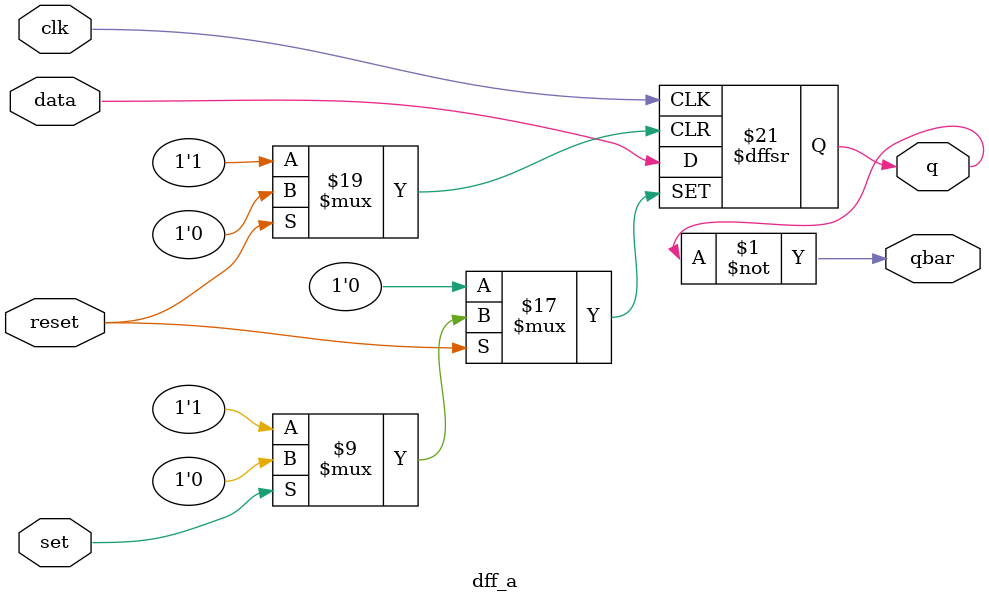
<source format=v>
module dff_a (q, qbar, data, set, reset, clk);
  output q, qbar;
  input data, set, reset, clk;
  reg q;

  assign qbar = ~q;
  always @ (negedge set or negedge reset or posedge clk) begin
    if (reset==0) q = 0; // async reset
    else if (set==0) q = 1; // async set
    else q = data; // synchronize with clk
  end
endmodule

</source>
